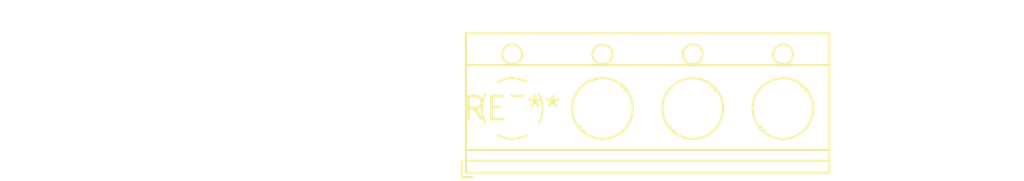
<source format=kicad_pcb>
(kicad_pcb (version 20240108) (generator pcbnew)
  (layers (0 "F.Cu" signal) (31 "B.Cu" signal) (34 "B.Paste" user) (35 "F.Paste" user) (36 "B.SilkS" user "B.Silkscreen") (37 "F.SilkS" user "F.Silkscreen") (38 "B.Mask" user) (39 "F.Mask" user) (44 "Edge.Cuts" user))
  (net 0 "")
  (footprint "TerminalBlock_RND_205-00014_1x04_P5.00mm_Horizontal" (layer "F.Cu") (at 0 0)
    (property "Reference" "REF**")
    (property "Value" "TerminalBlock_RND_205-00014_1x04_P5.00mm_Horizontal")
    (fp_line (start -2.8 2.96) (end -2.8 3.8) (layer "F.SilkS") (stroke (width 0.12)))
    (fp_line (start -2.8 3.8) (end -2.2 3.8) (layer "F.SilkS") (stroke (width 0.12)))
    (fp_line (start -2.56 -4.16) (end -2.56 3.561) (layer "F.SilkS") (stroke (width 0.12)))
    (fp_line (start -2.56 -4.16) (end 17.561 -4.16) (layer "F.SilkS") (stroke (width 0.12)))
    (fp_line (start -2.56 -2.4) (end 17.561 -2.4) (layer "F.SilkS") (stroke (width 0.12)))
    (fp_line (start -2.56 2.3) (end 17.561 2.3) (layer "F.SilkS") (stroke (width 0.12)))
    (fp_line (start -2.56 2.9) (end 17.561 2.9) (layer "F.SilkS") (stroke (width 0.12)))
    (fp_line (start -2.56 3.561) (end 17.561 3.561) (layer "F.SilkS") (stroke (width 0.12)))
    (fp_line (start 3.82 0.976) (end 3.726 1.069) (layer "F.SilkS") (stroke (width 0.12)))
    (fp_line (start 3.99 1.216) (end 3.931 1.274) (layer "F.SilkS") (stroke (width 0.12)))
    (fp_line (start 6.07 -1.275) (end 6.011 -1.216) (layer "F.SilkS") (stroke (width 0.12)))
    (fp_line (start 6.275 -1.069) (end 6.181 -0.976) (layer "F.SilkS") (stroke (width 0.12)))
    (fp_line (start 8.82 0.976) (end 8.726 1.069) (layer "F.SilkS") (stroke (width 0.12)))
    (fp_line (start 8.99 1.216) (end 8.931 1.274) (layer "F.SilkS") (stroke (width 0.12)))
    (fp_line (start 11.07 -1.275) (end 11.011 -1.216) (layer "F.SilkS") (stroke (width 0.12)))
    (fp_line (start 11.275 -1.069) (end 11.181 -0.976) (layer "F.SilkS") (stroke (width 0.12)))
    (fp_line (start 13.82 0.976) (end 13.726 1.069) (layer "F.SilkS") (stroke (width 0.12)))
    (fp_line (start 13.99 1.216) (end 13.931 1.274) (layer "F.SilkS") (stroke (width 0.12)))
    (fp_line (start 16.07 -1.275) (end 16.011 -1.216) (layer "F.SilkS") (stroke (width 0.12)))
    (fp_line (start 16.275 -1.069) (end 16.181 -0.976) (layer "F.SilkS") (stroke (width 0.12)))
    (fp_line (start 17.561 -4.16) (end 17.561 3.561) (layer "F.SilkS") (stroke (width 0.12)))
    (fp_arc (start -1.483953 0.789089) (mid -1.680708 5e-05) (end -1.484 -0.789) (layer "F.SilkS") (stroke (width 0.12)))
    (fp_arc (start -0.789089 -1.483953) (mid -5e-05 -1.680708) (end 0.789 -1.484) (layer "F.SilkS") (stroke (width 0.12)))
    (fp_arc (start 0.029383 1.68045) (mid -0.392304 1.634281) (end -0.789 1.484) (layer "F.SilkS") (stroke (width 0.12)))
    (fp_arc (start 0.788712 1.483352) (mid 0.406429 1.630097) (end 0 1.68) (layer "F.SilkS") (stroke (width 0.12)))
    (fp_arc (start 1.483953 -0.789089) (mid 1.680708 -5e-05) (end 1.484 0.789) (layer "F.SilkS") (stroke (width 0.12)))
    (fp_circle (center 0 -3) (end 0.55 -3) (layer "F.SilkS") (stroke (width 0.12)) (fill none))
    (fp_circle (center 5 -3) (end 5.55 -3) (layer "F.SilkS") (stroke (width 0.12)) (fill none))
    (fp_circle (center 5 0) (end 6.68 0) (layer "F.SilkS") (stroke (width 0.12)) (fill none))
    (fp_circle (center 10 -3) (end 10.55 -3) (layer "F.SilkS") (stroke (width 0.12)) (fill none))
    (fp_circle (center 10 0) (end 11.68 0) (layer "F.SilkS") (stroke (width 0.12)) (fill none))
    (fp_circle (center 15 -3) (end 15.55 -3) (layer "F.SilkS") (stroke (width 0.12)) (fill none))
    (fp_circle (center 15 0) (end 16.68 0) (layer "F.SilkS") (stroke (width 0.12)) (fill none))
    (pad "1" thru_hole rect (at 0 0) (size 2.5 2.5) (drill 1.3) (layers *.Cu *.Mask) (remove_unused_layers))
    (pad "2" thru_hole circle (at 5 0) (size 2.5 2.5) (drill 1.3) (layers *.Cu *.Mask) (remove_unused_layers))
    (pad "3" thru_hole circle (at 10 0) (size 2.5 2.5) (drill 1.3) (layers *.Cu *.Mask) (remove_unused_layers))
    (pad "4" thru_hole circle (at 15 0) (size 2.5 2.5) (drill 1.3) (layers *.Cu *.Mask) (remove_unused_layers))
  )
)
</source>
